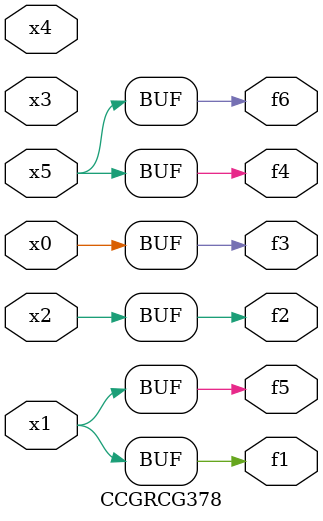
<source format=v>
module CCGRCG378(
	input x0, x1, x2, x3, x4, x5,
	output f1, f2, f3, f4, f5, f6
);
	assign f1 = x1;
	assign f2 = x2;
	assign f3 = x0;
	assign f4 = x5;
	assign f5 = x1;
	assign f6 = x5;
endmodule

</source>
